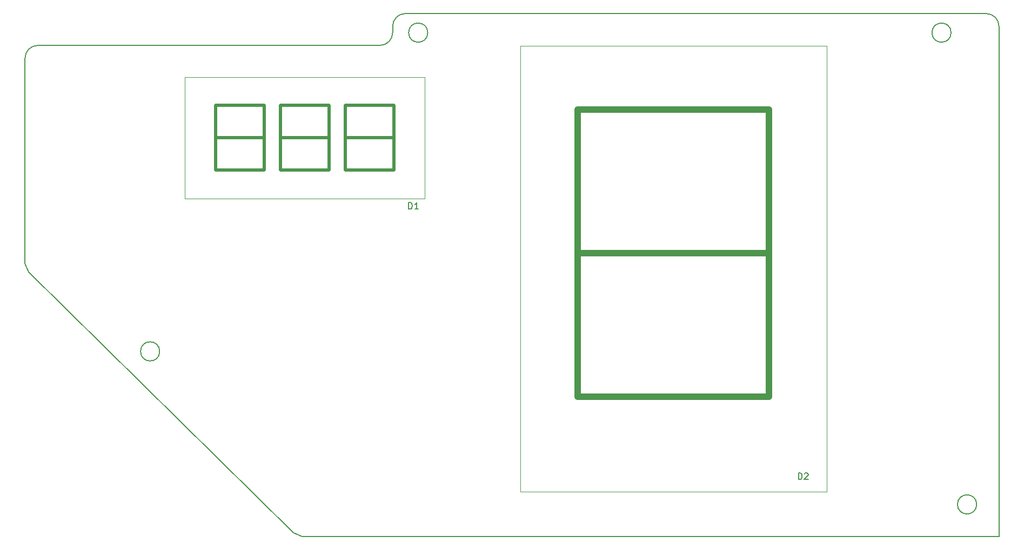
<source format=gbr>
G04 #@! TF.GenerationSoftware,KiCad,Pcbnew,5.1.5-52549c5~84~ubuntu18.04.1*
G04 #@! TF.CreationDate,2020-03-14T11:46:24+01:00*
G04 #@! TF.ProjectId,Fe203,46653230-332e-46b6-9963-61645f706362,rev?*
G04 #@! TF.SameCoordinates,Original*
G04 #@! TF.FileFunction,Legend,Top*
G04 #@! TF.FilePolarity,Positive*
%FSLAX46Y46*%
G04 Gerber Fmt 4.6, Leading zero omitted, Abs format (unit mm)*
G04 Created by KiCad (PCBNEW 5.1.5-52549c5~84~ubuntu18.04.1) date 2020-03-14 11:46:24*
%MOMM*%
%LPD*%
G04 APERTURE LIST*
G04 #@! TA.AperFunction,Profile*
%ADD10C,0.200000*%
G04 #@! TD*
%ADD11C,0.500000*%
%ADD12C,0.120000*%
%ADD13C,1.000000*%
%ADD14C,0.150000*%
G04 APERTURE END LIST*
D10*
X106325985Y-137454210D02*
X107730129Y-138030000D01*
X64310008Y-95193254D02*
X64905850Y-96617463D01*
X214909985Y-56030000D02*
X123910000Y-56030000D01*
X209409985Y-59030000D02*
G75*
G03X209409985Y-59030000I-1500000J0D01*
G01*
X85410000Y-109030000D02*
G75*
G03X85410000Y-109030000I-1500000J0D01*
G01*
X107730129Y-138030000D02*
X216909985Y-138030000D01*
X64310009Y-63030001D02*
G75*
G02X66310008Y-61030000I2000000J1D01*
G01*
X64905850Y-96617463D02*
X106325985Y-137454210D01*
X121910000Y-58030000D02*
X121910000Y-59030000D01*
X119910000Y-61030000D02*
X66310009Y-61030000D01*
X214909985Y-56030000D02*
G75*
G02X216909985Y-58030000I0J-2000000D01*
G01*
X121910000Y-58030001D02*
G75*
G02X123909999Y-56030000I2000000J1D01*
G01*
X121910000Y-59030001D02*
G75*
G02X119909999Y-61030000I-2000000J1D01*
G01*
X64310008Y-95193254D02*
X64310008Y-63030000D01*
X216909985Y-58030000D02*
X216909985Y-138030000D01*
X213409985Y-133030000D02*
G75*
G03X213409985Y-133030000I-1500000J0D01*
G01*
X127410000Y-59030000D02*
G75*
G03X127410000Y-59030000I-1500000J0D01*
G01*
D11*
G04 #@! TO.C,D1*
X94160000Y-75540000D02*
X101780000Y-75540000D01*
X94160000Y-80620000D02*
X94160000Y-70460000D01*
X101780000Y-80620000D02*
X94160000Y-80620000D01*
X101780000Y-70460000D02*
X101780000Y-80620000D01*
X94160000Y-70460000D02*
X101780000Y-70460000D01*
X114480000Y-75540000D02*
X122100000Y-75540000D01*
X114480000Y-80620000D02*
X114480000Y-70460000D01*
X122100000Y-80620000D02*
X114480000Y-80620000D01*
X122100000Y-70460000D02*
X122100000Y-80620000D01*
X114480000Y-70460000D02*
X122100000Y-70460000D01*
X104320000Y-75540000D02*
X111940000Y-75540000D01*
X104320000Y-80620000D02*
X104320000Y-70460000D01*
X111940000Y-80620000D02*
X104320000Y-80620000D01*
X111940000Y-70460000D02*
X111940000Y-80620000D01*
X104320000Y-70460000D02*
X111940000Y-70460000D01*
D12*
X89330000Y-66040000D02*
X126930000Y-66040000D01*
X89330000Y-85040000D02*
X126930000Y-85040000D01*
X89330000Y-66040000D02*
X89330000Y-85040000D01*
X126930000Y-66040000D02*
X126930000Y-85040000D01*
G04 #@! TO.C,D2*
X141910000Y-131070000D02*
X189910000Y-131070000D01*
X189910000Y-131070000D02*
X189910000Y-61070000D01*
X141910000Y-61070000D02*
X189910000Y-61070000D01*
X141910000Y-131070000D02*
X141910000Y-61070000D01*
D13*
X150910000Y-93595000D02*
X180910000Y-93595000D01*
X150910000Y-71070000D02*
X180910000Y-71070000D01*
X150910000Y-116120000D02*
X180910000Y-116120000D01*
X150910000Y-71070000D02*
X150910000Y-116120000D01*
X180910000Y-71070000D02*
X180910000Y-116120000D01*
G04 #@! TD*
G04 #@! TO.C,D1*
D14*
X124421904Y-86692380D02*
X124421904Y-85692380D01*
X124660000Y-85692380D01*
X124802857Y-85740000D01*
X124898095Y-85835238D01*
X124945714Y-85930476D01*
X124993333Y-86120952D01*
X124993333Y-86263809D01*
X124945714Y-86454285D01*
X124898095Y-86549523D01*
X124802857Y-86644761D01*
X124660000Y-86692380D01*
X124421904Y-86692380D01*
X125945714Y-86692380D02*
X125374285Y-86692380D01*
X125660000Y-86692380D02*
X125660000Y-85692380D01*
X125564761Y-85835238D01*
X125469523Y-85930476D01*
X125374285Y-85978095D01*
G04 #@! TO.C,D2*
X185491904Y-129112380D02*
X185491904Y-128112380D01*
X185730000Y-128112380D01*
X185872857Y-128160000D01*
X185968095Y-128255238D01*
X186015714Y-128350476D01*
X186063333Y-128540952D01*
X186063333Y-128683809D01*
X186015714Y-128874285D01*
X185968095Y-128969523D01*
X185872857Y-129064761D01*
X185730000Y-129112380D01*
X185491904Y-129112380D01*
X186444285Y-128207619D02*
X186491904Y-128160000D01*
X186587142Y-128112380D01*
X186825238Y-128112380D01*
X186920476Y-128160000D01*
X186968095Y-128207619D01*
X187015714Y-128302857D01*
X187015714Y-128398095D01*
X186968095Y-128540952D01*
X186396666Y-129112380D01*
X187015714Y-129112380D01*
G04 #@! TD*
M02*

</source>
